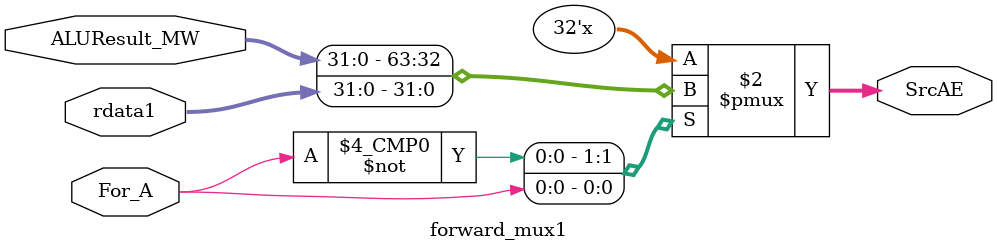
<source format=sv>
module forward_mux1(
  input  logic [31:0] rdata1, ALUResult_MW,
  input  logic For_A,
  output logic [31:0] SrcAE
);
always_comb begin
    case (For_A)
        1'b0 : SrcAE = ALUResult_MW;
        1'b1 : SrcAE = rdata1;
    default  : SrcAE = rdata1;
    endcase
end

endmodule
</source>
